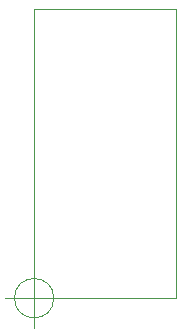
<source format=gbr>
G04 #@! TF.GenerationSoftware,KiCad,Pcbnew,(5.1.5)-3*
G04 #@! TF.CreationDate,2020-12-11T14:45:32+01:00*
G04 #@! TF.ProjectId,LED Strip,4c454420-5374-4726-9970-2e6b69636164,rev?*
G04 #@! TF.SameCoordinates,Original*
G04 #@! TF.FileFunction,Profile,NP*
%FSLAX46Y46*%
G04 Gerber Fmt 4.6, Leading zero omitted, Abs format (unit mm)*
G04 Created by KiCad (PCBNEW (5.1.5)-3) date 2020-12-11 14:45:32*
%MOMM*%
%LPD*%
G04 APERTURE LIST*
%ADD10C,0.050000*%
%ADD11C,0.100000*%
G04 APERTURE END LIST*
D10*
X28604666Y-39321000D02*
G75*
G03X28604666Y-39321000I-1666666J0D01*
G01*
X24438000Y-39321000D02*
X29438000Y-39321000D01*
X26938000Y-36821000D02*
X26938000Y-41821000D01*
D11*
X38938000Y-14821000D02*
X38938000Y-39321000D01*
X26938000Y-14821000D02*
X38938000Y-14821000D01*
X26938000Y-39321000D02*
X26938000Y-14821000D01*
X38938000Y-39321000D02*
X26938000Y-39321000D01*
M02*

</source>
